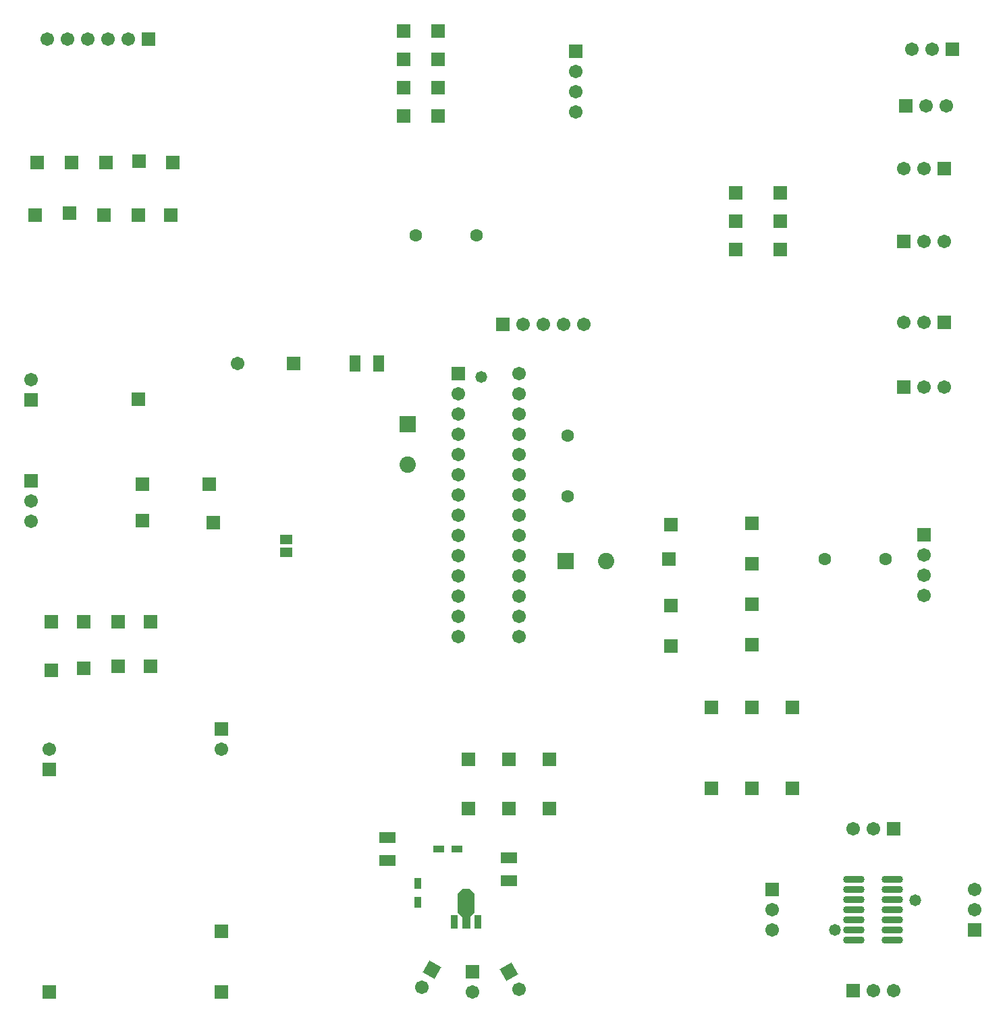
<source format=gbr>
G04 Layer_Color=8388736*
%FSLAX26Y26*%
%MOIN*%
%TF.FileFunction,Soldermask,Top*%
%TF.Part,Single*%
G01*
G75*
%TA.AperFunction,SMDPad,CuDef*%
%ADD30R,0.053276X0.078866*%
%ADD31R,0.035559X0.070992*%
%ADD32R,0.039496X0.063118*%
%ADD33R,0.038000X0.053000*%
%ADD34R,0.053000X0.038000*%
%ADD35R,0.078866X0.053276*%
%ADD36R,0.061150X0.045402*%
%ADD37O,0.106425X0.035559*%
%TA.AperFunction,ComponentPad*%
%ADD38R,0.067055X0.067055*%
%ADD39C,0.067055*%
%ADD40C,0.063118*%
%ADD41R,0.080835X0.080835*%
%ADD42C,0.080835*%
%ADD43R,0.067055X0.067055*%
%ADD44P,0.094830X4X345.0*%
%ADD45P,0.094830X4X285.0*%
%ADD46R,0.080835X0.080835*%
%TA.AperFunction,ViaPad*%
%ADD47C,0.058000*%
G36*
X2326271Y588462D02*
X2326785Y588360D01*
X2327282Y588192D01*
X2327752Y587960D01*
X2328188Y587668D01*
X2328582Y587323D01*
X2350236Y565669D01*
X2350582Y565275D01*
X2350873Y564839D01*
X2351105Y564369D01*
X2351274Y563872D01*
X2351376Y563358D01*
X2351410Y562835D01*
Y472284D01*
X2351376Y471760D01*
X2351274Y471246D01*
X2351105Y470749D01*
X2350873Y470279D01*
X2350582Y469843D01*
X2350236Y469449D01*
X2328582Y447795D01*
X2328188Y447450D01*
X2327752Y447158D01*
X2327282Y446926D01*
X2326785Y446758D01*
X2326271Y446656D01*
X2325748Y446621D01*
X2294252D01*
X2293729Y446656D01*
X2293215Y446758D01*
X2292718Y446926D01*
X2292248Y447158D01*
X2291812Y447450D01*
X2291418Y447795D01*
X2269764Y469449D01*
X2269418Y469843D01*
X2269127Y470279D01*
X2268895Y470749D01*
X2268726Y471246D01*
X2268624Y471760D01*
X2268590Y472284D01*
Y562835D01*
X2268624Y563358D01*
X2268726Y563872D01*
X2268895Y564369D01*
X2269127Y564839D01*
X2269418Y565275D01*
X2269764Y565669D01*
X2291418Y587323D01*
X2291812Y587668D01*
X2292248Y587960D01*
X2292718Y588192D01*
X2293215Y588360D01*
X2293729Y588462D01*
X2294252Y588497D01*
X2325748D01*
X2326271Y588462D01*
D02*
G37*
D30*
X1762914Y3185000D02*
D03*
X1877086D02*
D03*
D31*
X2250944Y427008D02*
D03*
X2369056D02*
D03*
D32*
X2310000Y423070D02*
D03*
D33*
X2070000Y616260D02*
D03*
Y523740D02*
D03*
D34*
X2266260Y785000D02*
D03*
X2173740D02*
D03*
D35*
X2520000Y627914D02*
D03*
Y742086D02*
D03*
X1920000Y842086D02*
D03*
Y727914D02*
D03*
D36*
X1420000Y2316496D02*
D03*
Y2253504D02*
D03*
D37*
X4416456Y335000D02*
D03*
Y385000D02*
D03*
Y435000D02*
D03*
Y485000D02*
D03*
Y535000D02*
D03*
Y585000D02*
D03*
Y635000D02*
D03*
X4223544Y335000D02*
D03*
Y385000D02*
D03*
Y435000D02*
D03*
Y485000D02*
D03*
Y535000D02*
D03*
Y585000D02*
D03*
Y635000D02*
D03*
D38*
X1100000Y80000D02*
D03*
Y380000D02*
D03*
X250000Y80000D02*
D03*
X1100000Y1380000D02*
D03*
X690000Y3010000D02*
D03*
X250000Y1180000D02*
D03*
X2320000Y1230000D02*
D03*
X3860000Y3750000D02*
D03*
Y4030000D02*
D03*
X3640000D02*
D03*
X3860000Y3890000D02*
D03*
X3640000Y3750000D02*
D03*
X2850000Y4730000D02*
D03*
X2170000Y4550000D02*
D03*
Y4830000D02*
D03*
Y4410000D02*
D03*
Y4690000D02*
D03*
X2000000Y4830000D02*
D03*
X260000Y1670000D02*
D03*
X420000Y1680000D02*
D03*
Y1910000D02*
D03*
X260000D02*
D03*
X2000000Y4690000D02*
D03*
Y4410000D02*
D03*
Y4550000D02*
D03*
X180000Y3920000D02*
D03*
X520000D02*
D03*
X850000D02*
D03*
X690000D02*
D03*
X350000Y3930000D02*
D03*
X750000Y1690000D02*
D03*
X590000D02*
D03*
X750000Y1910000D02*
D03*
X590000D02*
D03*
X530000Y4180000D02*
D03*
X695000Y4185000D02*
D03*
X860000Y4180000D02*
D03*
X2340000Y180000D02*
D03*
X4570000Y2340000D02*
D03*
X2720000Y1230000D02*
D03*
X3520000Y1485000D02*
D03*
X1040000Y2590000D02*
D03*
X1060000Y2400000D02*
D03*
X710000Y2590000D02*
D03*
X160000Y2605000D02*
D03*
X3920000Y1485000D02*
D03*
X710000Y2410000D02*
D03*
X3720000Y1485000D02*
D03*
X2520000Y1230000D02*
D03*
X3520000Y1085000D02*
D03*
X2320000Y985000D02*
D03*
X2720000D02*
D03*
X2520000D02*
D03*
X3640000Y3890000D02*
D03*
X160000Y3005000D02*
D03*
X3310000Y2220000D02*
D03*
X3320000Y2390000D02*
D03*
Y1790000D02*
D03*
Y1990000D02*
D03*
X4820000Y385000D02*
D03*
X3820000Y585000D02*
D03*
D39*
X1100000Y1280000D02*
D03*
X250000D02*
D03*
X4610000Y4740000D02*
D03*
X4510000D02*
D03*
X4580000Y4460000D02*
D03*
X4680000D02*
D03*
X4570000Y4150000D02*
D03*
X4470000D02*
D03*
X4570000Y3790000D02*
D03*
X4670000D02*
D03*
X4570000Y3390000D02*
D03*
X4470000D02*
D03*
X4570000Y3070000D02*
D03*
X4670000D02*
D03*
X2850000Y4430000D02*
D03*
Y4530000D02*
D03*
Y4630000D02*
D03*
X2270000Y3035000D02*
D03*
Y2935000D02*
D03*
Y2835000D02*
D03*
Y2735000D02*
D03*
Y2635000D02*
D03*
Y2535000D02*
D03*
Y2435000D02*
D03*
Y2335000D02*
D03*
Y2235000D02*
D03*
Y2135000D02*
D03*
Y2035000D02*
D03*
Y1935000D02*
D03*
Y1835000D02*
D03*
X2570000Y3135000D02*
D03*
Y3035000D02*
D03*
Y2935000D02*
D03*
Y2835000D02*
D03*
Y2735000D02*
D03*
Y2635000D02*
D03*
Y2535000D02*
D03*
Y2435000D02*
D03*
Y2335000D02*
D03*
Y2235000D02*
D03*
Y2135000D02*
D03*
Y2035000D02*
D03*
Y1935000D02*
D03*
Y1835000D02*
D03*
Y93398D02*
D03*
X2340000Y80000D02*
D03*
X2090000Y103398D02*
D03*
X4570000Y2040000D02*
D03*
Y2140000D02*
D03*
Y2240000D02*
D03*
X160000Y2505000D02*
D03*
Y2405000D02*
D03*
X640000Y4790000D02*
D03*
X540000D02*
D03*
X440000D02*
D03*
X340000D02*
D03*
X240000D02*
D03*
X160000Y3105000D02*
D03*
X2890000Y3380000D02*
D03*
X2790000D02*
D03*
X2690000D02*
D03*
X2590000D02*
D03*
X1180236Y3185000D02*
D03*
X4320000Y885000D02*
D03*
X4220000D02*
D03*
X4820000Y485000D02*
D03*
Y585000D02*
D03*
X4320000Y85000D02*
D03*
X4420000D02*
D03*
X3820000Y485000D02*
D03*
Y385000D02*
D03*
D40*
X2060000Y3820000D02*
D03*
X2360000D02*
D03*
X4080000Y2220000D02*
D03*
X4380000D02*
D03*
X2810000Y2830000D02*
D03*
Y2530000D02*
D03*
D41*
X2800000Y2210000D02*
D03*
D42*
X3000000D02*
D03*
X2020000Y2685000D02*
D03*
D43*
X4710000Y4740000D02*
D03*
X4480000Y4460000D02*
D03*
X4670000Y4150000D02*
D03*
X4470000Y3790000D02*
D03*
X4670000Y3390000D02*
D03*
X4470000Y3070000D02*
D03*
X2270000Y3135000D02*
D03*
X190000Y4180000D02*
D03*
X360000D02*
D03*
X3720000Y2395000D02*
D03*
Y1795000D02*
D03*
Y1995000D02*
D03*
Y2195000D02*
D03*
X3920000Y1085000D02*
D03*
X3720000D02*
D03*
X740000Y4790000D02*
D03*
X2490000Y3380000D02*
D03*
X1459764Y3185000D02*
D03*
X4420000Y885000D02*
D03*
X4220000Y85000D02*
D03*
D44*
X2520000Y180000D02*
D03*
D45*
X2140000Y190000D02*
D03*
D46*
X2020000Y2885000D02*
D03*
D47*
X4529000Y532000D02*
D03*
X4130000Y385000D02*
D03*
X2385000Y3120000D02*
D03*
%TF.MD5,00F6BD32A9BC68075D002A2422D696B9*%
M02*

</source>
